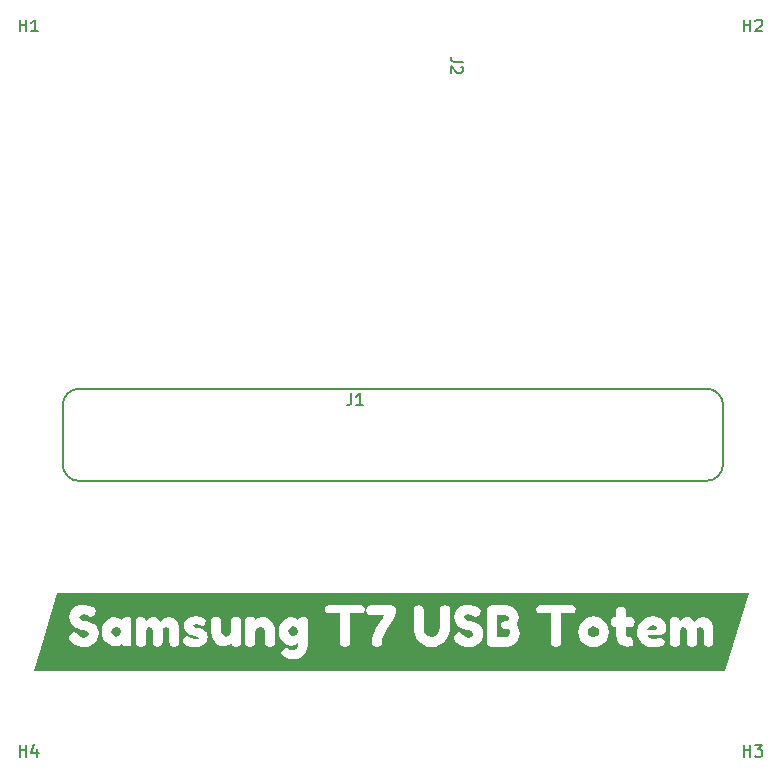
<source format=gbr>
%TF.GenerationSoftware,KiCad,Pcbnew,(6.0.7)*%
%TF.CreationDate,2022-09-26T17:50:28-05:00*%
%TF.ProjectId,T7Totem,5437546f-7465-46d2-9e6b-696361645f70,rev?*%
%TF.SameCoordinates,Original*%
%TF.FileFunction,Legend,Top*%
%TF.FilePolarity,Positive*%
%FSLAX46Y46*%
G04 Gerber Fmt 4.6, Leading zero omitted, Abs format (unit mm)*
G04 Created by KiCad (PCBNEW (6.0.7)) date 2022-09-26 17:50:28*
%MOMM*%
%LPD*%
G01*
G04 APERTURE LIST*
%ADD10C,0.150000*%
G04 APERTURE END LIST*
D10*
X142589949Y-104210051D02*
X195700000Y-104200000D01*
X141189949Y-97800000D02*
X141189949Y-102810051D01*
X195710051Y-96400000D02*
X142589949Y-96400000D01*
X197100000Y-102800000D02*
X197110051Y-97800000D01*
X195700000Y-104200000D02*
G75*
G03*
X197100000Y-102800000I0J1400000D01*
G01*
X141189949Y-102810051D02*
G75*
G03*
X142589949Y-104210051I1400000J0D01*
G01*
X142589949Y-96400000D02*
G75*
G03*
X141189949Y-97800000I0J-1400000D01*
G01*
X197110051Y-97800000D02*
G75*
G03*
X195710051Y-96400000I-1400000J0D01*
G01*
%TO.C,J2*%
X175047619Y-68711666D02*
X174333333Y-68711666D01*
X174190476Y-68664047D01*
X174095238Y-68568809D01*
X174047619Y-68425952D01*
X174047619Y-68330714D01*
X174952380Y-69140238D02*
X175000000Y-69187857D01*
X175047619Y-69283095D01*
X175047619Y-69521190D01*
X175000000Y-69616428D01*
X174952380Y-69664047D01*
X174857142Y-69711666D01*
X174761904Y-69711666D01*
X174619047Y-69664047D01*
X174047619Y-69092619D01*
X174047619Y-69711666D01*
%TO.C,J1*%
X165616666Y-96802380D02*
X165616666Y-97516666D01*
X165569047Y-97659523D01*
X165473809Y-97754761D01*
X165330952Y-97802380D01*
X165235714Y-97802380D01*
X166616666Y-97802380D02*
X166045238Y-97802380D01*
X166330952Y-97802380D02*
X166330952Y-96802380D01*
X166235714Y-96945238D01*
X166140476Y-97040476D01*
X166045238Y-97088095D01*
%TO.C,H4*%
X137538095Y-127552380D02*
X137538095Y-126552380D01*
X137538095Y-127028571D02*
X138109523Y-127028571D01*
X138109523Y-127552380D02*
X138109523Y-126552380D01*
X139014285Y-126885714D02*
X139014285Y-127552380D01*
X138776190Y-126504761D02*
X138538095Y-127219047D01*
X139157142Y-127219047D01*
%TO.C,H3*%
X198838095Y-127552380D02*
X198838095Y-126552380D01*
X198838095Y-127028571D02*
X199409523Y-127028571D01*
X199409523Y-127552380D02*
X199409523Y-126552380D01*
X199790476Y-126552380D02*
X200409523Y-126552380D01*
X200076190Y-126933333D01*
X200219047Y-126933333D01*
X200314285Y-126980952D01*
X200361904Y-127028571D01*
X200409523Y-127123809D01*
X200409523Y-127361904D01*
X200361904Y-127457142D01*
X200314285Y-127504761D01*
X200219047Y-127552380D01*
X199933333Y-127552380D01*
X199838095Y-127504761D01*
X199790476Y-127457142D01*
%TO.C,H2*%
X198838095Y-66152380D02*
X198838095Y-65152380D01*
X198838095Y-65628571D02*
X199409523Y-65628571D01*
X199409523Y-66152380D02*
X199409523Y-65152380D01*
X199838095Y-65247619D02*
X199885714Y-65200000D01*
X199980952Y-65152380D01*
X200219047Y-65152380D01*
X200314285Y-65200000D01*
X200361904Y-65247619D01*
X200409523Y-65342857D01*
X200409523Y-65438095D01*
X200361904Y-65580952D01*
X199790476Y-66152380D01*
X200409523Y-66152380D01*
%TO.C,H1*%
X137538095Y-66152380D02*
X137538095Y-65152380D01*
X137538095Y-65628571D02*
X138109523Y-65628571D01*
X138109523Y-66152380D02*
X138109523Y-65152380D01*
X139109523Y-66152380D02*
X138538095Y-66152380D01*
X138823809Y-66152380D02*
X138823809Y-65152380D01*
X138728571Y-65295238D01*
X138633333Y-65390476D01*
X138538095Y-65438095D01*
%TO.C,kibuzzard-63322C6E*%
G36*
X140716306Y-113693237D02*
G01*
X141708494Y-113693237D01*
X141708494Y-113693238D01*
X199267751Y-113693238D01*
X197283694Y-120306763D01*
X138732249Y-120306763D01*
X139583546Y-117469106D01*
X141708494Y-117469106D01*
X141832319Y-117742950D01*
X141875181Y-117795337D01*
X142013294Y-117940594D01*
X142227606Y-118090612D01*
X142551456Y-118226344D01*
X142757434Y-118267420D01*
X142975319Y-118281112D01*
X143261598Y-118253067D01*
X143536235Y-118168929D01*
X143799231Y-118028700D01*
X143980206Y-117873323D01*
X144123081Y-117664369D01*
X144215950Y-117410170D01*
X144246906Y-117119062D01*
X144231440Y-116973806D01*
X144485031Y-116973806D01*
X144524190Y-117292100D01*
X144641665Y-117583406D01*
X144837456Y-117847725D01*
X145079021Y-118056746D01*
X145333815Y-118182158D01*
X145601837Y-118223962D01*
X145954858Y-118160859D01*
X146190006Y-117971550D01*
X146292400Y-118159669D01*
X146640062Y-118223962D01*
X146851398Y-118193006D01*
X146966294Y-118100137D01*
X147006775Y-117973931D01*
X147013712Y-117814387D01*
X147394919Y-117814387D01*
X147402062Y-117981075D01*
X147442544Y-118104900D01*
X147567559Y-118201341D01*
X147809256Y-118233487D01*
X148052144Y-118202531D01*
X148180731Y-118109662D01*
X148225975Y-117983456D01*
X148233119Y-117819150D01*
X148233119Y-116976187D01*
X148304556Y-116665434D01*
X148518869Y-116561850D01*
X148740325Y-116665434D01*
X148814144Y-116976187D01*
X148814144Y-117809625D01*
X148821287Y-117973931D01*
X148861769Y-118100137D01*
X148986784Y-118200150D01*
X149228481Y-118233487D01*
X149473750Y-118201341D01*
X149599956Y-118104900D01*
X149645200Y-117981075D01*
X149652344Y-117814387D01*
X149652344Y-116980950D01*
X149711875Y-116671387D01*
X149938094Y-116561850D01*
X150159550Y-116665434D01*
X150233369Y-116976187D01*
X150233369Y-117809625D01*
X150240512Y-117973931D01*
X150280994Y-118100137D01*
X150406009Y-118200150D01*
X150647706Y-118233487D01*
X150891784Y-118201341D01*
X151014419Y-118104900D01*
X151059662Y-117978694D01*
X151066185Y-117828675D01*
X151376369Y-117828675D01*
X151466856Y-118009650D01*
X151753400Y-118157817D01*
X152047881Y-118246717D01*
X152350300Y-118276350D01*
X152639490Y-118259946D01*
X152894283Y-118210733D01*
X153114681Y-118128712D01*
X153374238Y-117869156D01*
X153443889Y-117676870D01*
X153467106Y-117447675D01*
X153443889Y-117220861D01*
X153374238Y-117035719D01*
X153309944Y-116971425D01*
X153776669Y-116971425D01*
X153811858Y-117302948D01*
X153917427Y-117599017D01*
X154093375Y-117859631D01*
X154322769Y-118062038D01*
X154588675Y-118183481D01*
X154891094Y-118223962D01*
X155243519Y-118119187D01*
X155372106Y-118014412D01*
X155457831Y-117919162D01*
X155505456Y-118114425D01*
X155628091Y-118200150D01*
X155862644Y-118228725D01*
X156101959Y-118197769D01*
X156229356Y-118104900D01*
X156274600Y-117983456D01*
X156281744Y-117823912D01*
X156281744Y-117809625D01*
X156662744Y-117809625D01*
X156669887Y-117973931D01*
X156710369Y-118100137D01*
X156835384Y-118196578D01*
X157077081Y-118228725D01*
X157321159Y-118196578D01*
X157443794Y-118100137D01*
X157489037Y-117978694D01*
X157496181Y-117814387D01*
X157496181Y-116971425D01*
X157612862Y-116671387D01*
X157917662Y-116557087D01*
X158217700Y-116666625D01*
X158329619Y-116971425D01*
X158329619Y-117809625D01*
X158358194Y-118052512D01*
X158482019Y-118184672D01*
X158748719Y-118228725D01*
X158993987Y-118196578D01*
X159120194Y-118100137D01*
X159160675Y-117978694D01*
X159167819Y-117814387D01*
X159167819Y-116976187D01*
X159164280Y-116942850D01*
X159477381Y-116942850D01*
X159515746Y-117253206D01*
X159630840Y-117536575D01*
X159822662Y-117792956D01*
X160058406Y-117995362D01*
X160305262Y-118116806D01*
X160563231Y-118157287D01*
X160904941Y-118097756D01*
X161139494Y-117919162D01*
X161139494Y-118062037D01*
X161025194Y-118404937D01*
X160729919Y-118547812D01*
X160472744Y-118503759D01*
X160234619Y-118371600D01*
X160096506Y-118314450D01*
X159979825Y-118352550D01*
X159839331Y-118490662D01*
X159696456Y-118819275D01*
X159778609Y-118970484D01*
X160025069Y-119138363D01*
X160362016Y-119270522D01*
X160715631Y-119314575D01*
X161022548Y-119277269D01*
X161308298Y-119165350D01*
X161572881Y-118978819D01*
X161784548Y-118731433D01*
X161911548Y-118436952D01*
X161953881Y-118095375D01*
X161953881Y-116123700D01*
X161946737Y-115961775D01*
X161903875Y-115840331D01*
X161782431Y-115742700D01*
X161510969Y-115714125D01*
X161241887Y-115783181D01*
X161144256Y-115985587D01*
X161065675Y-115892719D01*
X160882319Y-115783181D01*
X160587044Y-115723650D01*
X160318227Y-115764396D01*
X160064227Y-115886633D01*
X159825044Y-116090362D01*
X159631898Y-116348067D01*
X159516010Y-116632229D01*
X159477381Y-116942850D01*
X159164280Y-116942850D01*
X159132629Y-116644665D01*
X159027060Y-116348596D01*
X158851112Y-116087981D01*
X158622248Y-115885575D01*
X158357929Y-115764131D01*
X158058156Y-115723650D01*
X157700969Y-115833187D01*
X157572381Y-115933200D01*
X157486656Y-116028450D01*
X157439031Y-115833187D01*
X157316397Y-115751034D01*
X157081844Y-115723650D01*
X156840147Y-115753416D01*
X156715131Y-115842712D01*
X156669887Y-115964156D01*
X156662744Y-116123700D01*
X156662744Y-117809625D01*
X156281744Y-117809625D01*
X156281744Y-116137987D01*
X156274600Y-115973681D01*
X156234119Y-115847475D01*
X156109103Y-115751034D01*
X155867406Y-115718887D01*
X155623328Y-115749844D01*
X155500694Y-115842712D01*
X155455450Y-115968919D01*
X155448306Y-116133225D01*
X155448306Y-116976187D01*
X155331625Y-117276225D01*
X155026825Y-117390525D01*
X154726788Y-117280987D01*
X154614869Y-116976187D01*
X154614869Y-116142750D01*
X154586294Y-115899862D01*
X154460087Y-115764131D01*
X154195769Y-115718887D01*
X153950500Y-115751034D01*
X153824294Y-115847475D01*
X153783812Y-115971300D01*
X153776669Y-116137987D01*
X153776669Y-116971425D01*
X153309944Y-116971425D01*
X153143256Y-116804737D01*
X152843219Y-116685675D01*
X152533656Y-116623762D01*
X152290769Y-116555897D01*
X152209806Y-116438025D01*
X152490794Y-116333250D01*
X152826550Y-116404687D01*
X153038481Y-116476125D01*
X153252794Y-116309437D01*
X153357569Y-116028450D01*
X153190881Y-115837950D01*
X152838456Y-115716506D01*
X152495556Y-115676025D01*
X152123510Y-115706124D01*
X151834140Y-115796421D01*
X151627448Y-115946916D01*
X151503432Y-116157609D01*
X151462094Y-116428500D01*
X151484716Y-116663648D01*
X151552581Y-116864269D01*
X151781181Y-117133350D01*
X152077647Y-117279797D01*
X152376494Y-117357187D01*
X152615809Y-117411956D01*
X152695581Y-117490537D01*
X152622953Y-117576262D01*
X152405069Y-117604837D01*
X152043119Y-117488156D01*
X151726413Y-117371475D01*
X151557344Y-117452437D01*
X151421613Y-117672703D01*
X151376369Y-117828675D01*
X151066185Y-117828675D01*
X151066806Y-117814387D01*
X151066806Y-116980950D01*
X151038231Y-116572698D01*
X150952506Y-116249642D01*
X150809631Y-116011781D01*
X150521500Y-115792111D01*
X150171456Y-115718887D01*
X149838081Y-115811756D01*
X149602337Y-115983206D01*
X149476131Y-116133225D01*
X149289865Y-115903037D01*
X149048565Y-115764925D01*
X148752231Y-115718887D01*
X148460528Y-115803422D01*
X148214069Y-116057025D01*
X148133106Y-115809375D01*
X147785444Y-115723650D01*
X147567559Y-115755797D01*
X147447306Y-115852237D01*
X147402062Y-115973681D01*
X147394919Y-116137987D01*
X147394919Y-117814387D01*
X147013712Y-117814387D01*
X147013919Y-117809625D01*
X147013919Y-116142750D01*
X147006775Y-115978444D01*
X146963912Y-115852237D01*
X146837706Y-115752225D01*
X146561481Y-115723650D01*
X146293591Y-115790325D01*
X146185244Y-115990350D01*
X146099519Y-115892719D01*
X145913781Y-115785562D01*
X145618506Y-115728412D01*
X145343604Y-115769952D01*
X145084048Y-115894571D01*
X144839837Y-116102269D01*
X144642723Y-116365265D01*
X144524454Y-116655777D01*
X144485031Y-116973806D01*
X144231440Y-116973806D01*
X144216545Y-116833908D01*
X144125462Y-116597569D01*
X143989136Y-116417189D01*
X143823044Y-116299912D01*
X143633734Y-116220736D01*
X143427756Y-116154656D01*
X143221778Y-116102864D01*
X143032469Y-116066550D01*
X142730050Y-115957012D01*
X142608606Y-115745081D01*
X142711000Y-115540294D01*
X142968175Y-115466475D01*
X143222969Y-115528387D01*
X143296788Y-115590300D01*
X143351556Y-115637925D01*
X143599206Y-115733175D01*
X143768275Y-115673644D01*
X143932581Y-115495050D01*
X144046881Y-115233112D01*
X143950465Y-115080712D01*
X163420731Y-115080712D01*
X163444544Y-115280737D01*
X163539794Y-115392656D01*
X163763631Y-115428375D01*
X164678031Y-115428375D01*
X164678031Y-117819150D01*
X164685175Y-117983456D01*
X164728038Y-118107281D01*
X164851863Y-118204912D01*
X165087606Y-118233487D01*
X165325731Y-118204912D01*
X165451938Y-118107281D01*
X165494800Y-117985837D01*
X165501944Y-117823912D01*
X165501944Y-115428375D01*
X166411581Y-115428375D01*
X166654469Y-115385512D01*
X166735431Y-115283119D01*
X166749489Y-115166437D01*
X166902119Y-115166437D01*
X166930694Y-115404562D01*
X167044994Y-115542675D01*
X167321219Y-115590300D01*
X168407069Y-115590300D01*
X168302294Y-115806994D01*
X168186803Y-115977253D01*
X168049881Y-116178469D01*
X167902244Y-116405283D01*
X167754606Y-116652337D01*
X167617684Y-116926777D01*
X167502194Y-117235744D01*
X167423612Y-117557808D01*
X167397419Y-117871537D01*
X167404563Y-118031081D01*
X167449806Y-118138237D01*
X167576013Y-118214437D01*
X167816519Y-118233487D01*
X168057025Y-118214437D01*
X168183231Y-118140619D01*
X168230856Y-118035844D01*
X168240381Y-117881062D01*
X168266575Y-117657225D01*
X168345156Y-117400050D01*
X168476125Y-117109537D01*
X168659481Y-116785687D01*
X168779050Y-116595187D01*
X170897856Y-116595187D01*
X170921966Y-116905941D01*
X170994297Y-117200025D01*
X171114848Y-117477441D01*
X171283619Y-117738187D01*
X171497336Y-117962025D01*
X171767013Y-118138237D01*
X172081338Y-118252537D01*
X172429000Y-118290637D01*
X172777258Y-118253133D01*
X173093369Y-118140619D01*
X173366022Y-117967383D01*
X173583906Y-117747712D01*
X173754761Y-117483394D01*
X173761020Y-117469106D01*
X174283994Y-117469106D01*
X174407819Y-117742950D01*
X174450681Y-117795337D01*
X174588794Y-117940594D01*
X174803106Y-118090612D01*
X175126956Y-118226344D01*
X175332934Y-118267420D01*
X175550819Y-118281112D01*
X175837098Y-118253067D01*
X176111735Y-118168929D01*
X176374731Y-118028700D01*
X176555706Y-117873323D01*
X176605773Y-117800100D01*
X177131969Y-117800100D01*
X177160544Y-118047750D01*
X177286750Y-118183481D01*
X177551069Y-118228725D01*
X178803606Y-118228725D01*
X179090150Y-118193006D01*
X179346531Y-118085850D01*
X179572750Y-117907256D01*
X179749756Y-117675746D01*
X179858500Y-117409840D01*
X179898981Y-117109537D01*
X179867760Y-116842308D01*
X179774098Y-116593071D01*
X179617994Y-116361825D01*
X179753725Y-116086791D01*
X179798969Y-115785562D01*
X179764573Y-115510396D01*
X179661385Y-115262746D01*
X179519172Y-115080712D01*
X181294394Y-115080712D01*
X181318206Y-115280737D01*
X181413456Y-115392656D01*
X181637294Y-115428375D01*
X182551694Y-115428375D01*
X182551694Y-117819150D01*
X182558838Y-117983456D01*
X182601700Y-118107281D01*
X182725525Y-118204912D01*
X182961269Y-118233487D01*
X183199394Y-118204912D01*
X183325600Y-118107281D01*
X183368463Y-117985837D01*
X183375606Y-117823912D01*
X183375606Y-116980950D01*
X184823406Y-116980950D01*
X184874008Y-117342305D01*
X185025813Y-117664369D01*
X185251436Y-117929878D01*
X185523494Y-118121569D01*
X185823531Y-118237655D01*
X186133094Y-118276350D01*
X186442061Y-118240036D01*
X186740313Y-118131094D01*
X187011180Y-117945356D01*
X187237994Y-117678656D01*
X187391584Y-117349448D01*
X187442781Y-116976187D01*
X187398860Y-116617677D01*
X187267098Y-116304146D01*
X187185747Y-116204662D01*
X187633281Y-116204662D01*
X187702338Y-116480887D01*
X187876169Y-116561850D01*
X188071431Y-116547562D01*
X188071431Y-117252412D01*
X188100006Y-117573617D01*
X188185731Y-117826029D01*
X188328606Y-118009650D01*
X188526515Y-118134004D01*
X188777340Y-118208617D01*
X189081081Y-118233487D01*
X189240625Y-118226344D01*
X189366831Y-118185862D01*
X189466844Y-118060847D01*
X189500181Y-117819150D01*
X189390644Y-117500062D01*
X189264438Y-117454819D01*
X189092988Y-117447675D01*
X188940588Y-117390525D01*
X188900106Y-117204787D01*
X188900106Y-116990475D01*
X189819269Y-116990475D01*
X189852606Y-117297921D01*
X189952619Y-117585258D01*
X190119306Y-117852487D01*
X190302067Y-118032867D01*
X190545550Y-118173956D01*
X190839039Y-118265039D01*
X191171819Y-118295400D01*
X191615624Y-118268909D01*
X191932628Y-118189434D01*
X192122830Y-118056977D01*
X192186231Y-117871537D01*
X192170080Y-117814387D01*
X192619619Y-117814387D01*
X192626763Y-117981075D01*
X192667244Y-118104900D01*
X192792259Y-118201341D01*
X193033956Y-118233487D01*
X193276844Y-118202531D01*
X193405431Y-118109662D01*
X193450675Y-117983456D01*
X193457819Y-117819150D01*
X193457819Y-116976187D01*
X193529256Y-116665434D01*
X193743569Y-116561850D01*
X193965025Y-116665434D01*
X194038844Y-116976187D01*
X194038844Y-117809625D01*
X194045988Y-117973931D01*
X194086469Y-118100137D01*
X194211484Y-118200150D01*
X194453181Y-118233487D01*
X194698450Y-118201341D01*
X194824656Y-118104900D01*
X194869900Y-117981075D01*
X194877044Y-117814387D01*
X194877044Y-116980950D01*
X194936575Y-116671387D01*
X195162794Y-116561850D01*
X195384250Y-116665434D01*
X195458069Y-116976187D01*
X195458069Y-117809625D01*
X195465213Y-117973931D01*
X195505694Y-118100137D01*
X195630709Y-118200150D01*
X195872406Y-118233487D01*
X196116484Y-118201341D01*
X196239119Y-118104900D01*
X196284363Y-117978694D01*
X196291506Y-117814387D01*
X196291506Y-116980950D01*
X196262931Y-116572698D01*
X196177206Y-116249642D01*
X196034331Y-116011781D01*
X195746200Y-115792111D01*
X195396156Y-115718887D01*
X195062781Y-115811756D01*
X194827038Y-115983206D01*
X194700831Y-116133225D01*
X194514565Y-115903037D01*
X194273265Y-115764925D01*
X193976931Y-115718887D01*
X193685228Y-115803422D01*
X193438769Y-116057025D01*
X193357806Y-115809375D01*
X193010144Y-115723650D01*
X192792259Y-115755797D01*
X192672006Y-115852237D01*
X192626763Y-115973681D01*
X192619619Y-116137987D01*
X192619619Y-117814387D01*
X192170080Y-117814387D01*
X192124319Y-117652462D01*
X191862381Y-117438150D01*
X191671881Y-117490537D01*
X191619494Y-117509587D01*
X191432566Y-117552450D01*
X191186106Y-117566737D01*
X190871781Y-117476250D01*
X190714619Y-117252412D01*
X191843331Y-117252412D01*
X192164800Y-117111919D01*
X192273742Y-116933325D01*
X192310056Y-116678531D01*
X192269575Y-116396948D01*
X192148131Y-116137987D01*
X191971323Y-115933795D01*
X191750463Y-115787944D01*
X191485548Y-115700433D01*
X191176581Y-115671262D01*
X190810663Y-115711215D01*
X190487606Y-115831071D01*
X190207413Y-116030831D01*
X189991777Y-116297267D01*
X189862396Y-116617148D01*
X189819269Y-116990475D01*
X188900106Y-116990475D01*
X188900106Y-116547562D01*
X189209669Y-116566612D01*
X189373975Y-116559469D01*
X189500181Y-116518987D01*
X189596622Y-116393972D01*
X189628769Y-116152275D01*
X189597813Y-115908197D01*
X189504944Y-115785562D01*
X189378738Y-115740319D01*
X189216813Y-115733175D01*
X188900106Y-115752225D01*
X188900106Y-115285500D01*
X188876294Y-115042612D01*
X188748897Y-114910453D01*
X188490531Y-114866400D01*
X188246453Y-114896166D01*
X188123819Y-114985462D01*
X188078575Y-115099762D01*
X188071431Y-115261687D01*
X188071431Y-115752225D01*
X187914269Y-115733175D01*
X187723769Y-115795087D01*
X187657094Y-115921294D01*
X187633281Y-116204662D01*
X187185747Y-116204662D01*
X187047494Y-116035594D01*
X186770740Y-115830542D01*
X186467527Y-115707510D01*
X186137856Y-115666500D01*
X185807656Y-115707775D01*
X185502856Y-115831600D01*
X185223456Y-116037975D01*
X185001206Y-116307850D01*
X184867856Y-116622175D01*
X184823406Y-116980950D01*
X183375606Y-116980950D01*
X183375606Y-115428375D01*
X184285244Y-115428375D01*
X184528131Y-115385512D01*
X184609094Y-115283119D01*
X184632906Y-115085475D01*
X184609094Y-114885450D01*
X184513844Y-114773531D01*
X184290006Y-114737812D01*
X181642056Y-114737812D01*
X181399169Y-114780675D01*
X181318206Y-114883069D01*
X181294394Y-115080712D01*
X179519172Y-115080712D01*
X179489406Y-115042612D01*
X179276681Y-114873279D01*
X179032206Y-114771679D01*
X178755981Y-114737812D01*
X177555831Y-114737812D01*
X177310562Y-114769959D01*
X177184356Y-114866400D01*
X177139113Y-114990225D01*
X177131969Y-115156912D01*
X177131969Y-117800100D01*
X176605773Y-117800100D01*
X176698581Y-117664369D01*
X176791450Y-117410170D01*
X176822406Y-117119062D01*
X176792045Y-116833908D01*
X176700963Y-116597569D01*
X176564636Y-116417189D01*
X176398544Y-116299912D01*
X176209234Y-116220736D01*
X176003256Y-116154656D01*
X175797278Y-116102864D01*
X175607969Y-116066550D01*
X175305550Y-115957012D01*
X175184106Y-115745081D01*
X175286500Y-115540294D01*
X175543675Y-115466475D01*
X175798469Y-115528387D01*
X175872288Y-115590300D01*
X175927056Y-115637925D01*
X176174706Y-115733175D01*
X176343775Y-115673644D01*
X176508081Y-115495050D01*
X176622381Y-115233112D01*
X176474744Y-114999750D01*
X176355681Y-114909262D01*
X176029450Y-114759244D01*
X175781205Y-114703880D01*
X175507956Y-114685425D01*
X175174317Y-114720085D01*
X174890948Y-114824067D01*
X174657850Y-114997369D01*
X174484548Y-115217237D01*
X174380567Y-115460919D01*
X174345906Y-115728412D01*
X174376267Y-116011186D01*
X174467350Y-116249906D01*
X174603677Y-116437430D01*
X174769769Y-116566612D01*
X174957888Y-116660077D01*
X175160294Y-116740444D01*
X175362700Y-116804142D01*
X175550819Y-116847600D01*
X175853238Y-116954756D01*
X175974681Y-117138112D01*
X175925469Y-117339196D01*
X175777831Y-117459846D01*
X175531769Y-117500062D01*
X175303169Y-117426244D01*
X175112669Y-117271462D01*
X174900738Y-117092869D01*
X174741194Y-117033337D01*
X174488781Y-117147637D01*
X174335191Y-117328017D01*
X174283994Y-117469106D01*
X173761020Y-117469106D01*
X173876800Y-117204787D01*
X173950023Y-116911894D01*
X173974431Y-116604712D01*
X173974431Y-115166437D01*
X173945856Y-114918787D01*
X173883944Y-114818775D01*
X173760119Y-114761625D01*
X173543425Y-114737812D01*
X173317206Y-114766387D01*
X173179094Y-114871162D01*
X173131469Y-115133100D01*
X173131469Y-116590425D01*
X173088606Y-116908322D01*
X172960019Y-117185737D01*
X172744516Y-117378619D01*
X172440906Y-117442912D01*
X172102769Y-117361950D01*
X171888456Y-117147637D01*
X171781300Y-116878556D01*
X171745581Y-116595187D01*
X171745581Y-115166437D01*
X171688431Y-114866400D01*
X171564606Y-114766387D01*
X171321719Y-114737812D01*
X171078831Y-114766387D01*
X170950244Y-114866400D01*
X170905000Y-114992606D01*
X170897856Y-115161675D01*
X170897856Y-116595187D01*
X168779050Y-116595187D01*
X168835098Y-116505891D01*
X169009525Y-116228475D01*
X169170855Y-115950464D01*
X169307181Y-115668881D01*
X169400050Y-115408730D01*
X169431006Y-115195012D01*
X169402431Y-114928312D01*
X169276225Y-114792581D01*
X169011906Y-114747337D01*
X167297406Y-114747337D01*
X167021181Y-114804487D01*
X166930694Y-114928312D01*
X166902119Y-115166437D01*
X166749489Y-115166437D01*
X166759244Y-115085475D01*
X166735431Y-114885450D01*
X166640181Y-114773531D01*
X166416344Y-114737812D01*
X163768394Y-114737812D01*
X163525506Y-114780675D01*
X163444544Y-114883069D01*
X163420731Y-115080712D01*
X143950465Y-115080712D01*
X143899244Y-114999750D01*
X143780181Y-114909262D01*
X143453950Y-114759244D01*
X143205705Y-114703880D01*
X142932456Y-114685425D01*
X142598817Y-114720085D01*
X142315448Y-114824067D01*
X142082350Y-114997369D01*
X141909048Y-115217237D01*
X141805067Y-115460919D01*
X141770406Y-115728412D01*
X141800767Y-116011186D01*
X141891850Y-116249906D01*
X142028177Y-116437430D01*
X142194269Y-116566612D01*
X142382388Y-116660077D01*
X142584794Y-116740444D01*
X142787200Y-116804142D01*
X142975319Y-116847600D01*
X143277737Y-116954756D01*
X143399181Y-117138112D01*
X143349969Y-117339196D01*
X143202331Y-117459846D01*
X142956269Y-117500062D01*
X142727669Y-117426244D01*
X142537169Y-117271462D01*
X142325237Y-117092869D01*
X142165694Y-117033337D01*
X141913281Y-117147637D01*
X141759691Y-117328017D01*
X141708494Y-117469106D01*
X139583546Y-117469106D01*
X140716306Y-113693237D01*
G37*
G36*
X178877425Y-115628400D02*
G01*
X178956006Y-115795087D01*
X178941719Y-115966537D01*
X178713119Y-116066550D01*
X178420225Y-116133225D01*
X178332119Y-116407069D01*
X178417844Y-116680912D01*
X178675019Y-116747587D01*
X178941719Y-116785687D01*
X179029825Y-116880937D01*
X179056019Y-117061912D01*
X178981009Y-117304800D01*
X178755981Y-117385762D01*
X177974931Y-117385762D01*
X177974931Y-115580775D01*
X178641681Y-115580775D01*
X178877425Y-115628400D01*
G37*
G36*
X186452181Y-116619000D02*
G01*
X186562909Y-116763066D01*
X186599819Y-116966662D01*
X186560528Y-117171450D01*
X186442656Y-117319087D01*
X186128331Y-117438150D01*
X185818769Y-117321469D01*
X185704469Y-117176212D01*
X185666369Y-116973806D01*
X185703278Y-116770805D01*
X185814006Y-116623762D01*
X186133094Y-116504700D01*
X186452181Y-116619000D01*
G37*
G36*
X146039987Y-116690437D02*
G01*
X146151906Y-116978569D01*
X146035225Y-117261937D01*
X145742331Y-117390525D01*
X145442294Y-117264319D01*
X145318469Y-116980950D01*
X145435150Y-116690437D01*
X145739950Y-116557087D01*
X146039987Y-116690437D01*
G37*
G36*
X161001381Y-116664244D02*
G01*
X161110919Y-116945231D01*
X160996619Y-117221456D01*
X160708487Y-117347662D01*
X160413212Y-117223837D01*
X160291769Y-116945231D01*
X160406069Y-116661862D01*
X160706106Y-116533275D01*
X161001381Y-116664244D01*
G37*
G36*
X191402800Y-116490412D02*
G01*
X191486144Y-116666625D01*
X191305169Y-116819025D01*
X190705094Y-116819025D01*
X190857494Y-116549944D01*
X191164675Y-116423737D01*
X191402800Y-116490412D01*
G37*
%TD*%
M02*

</source>
